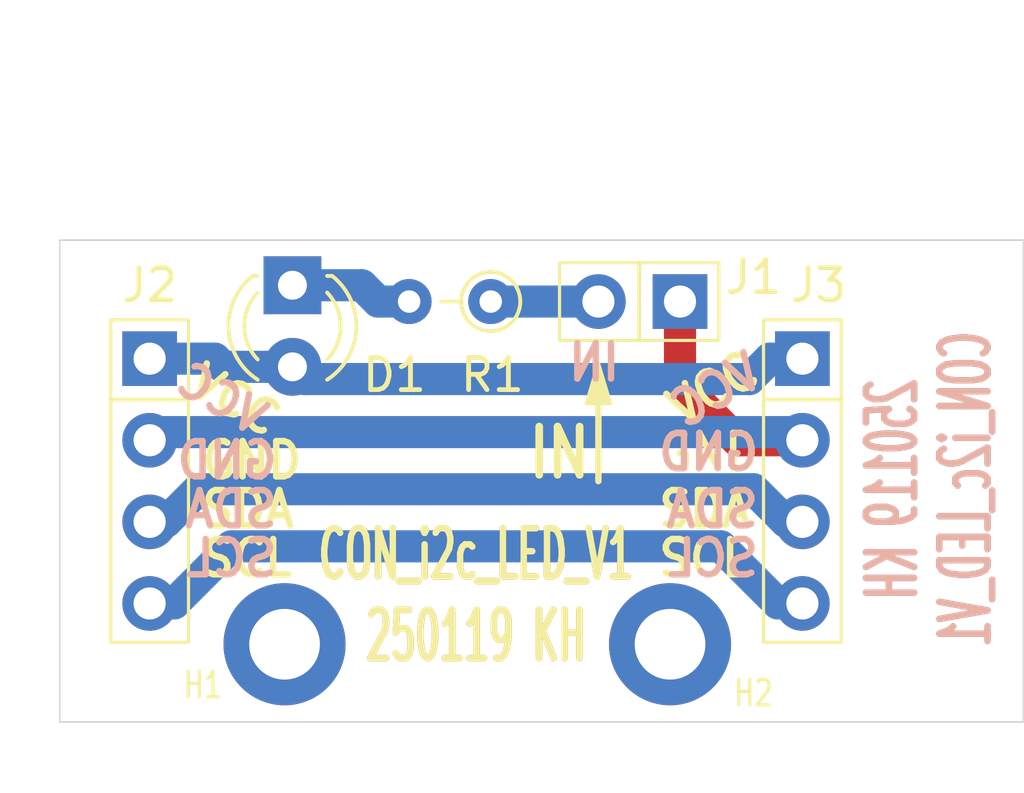
<source format=kicad_pcb>
(kicad_pcb (version 20240108) (generator "pcbnew") (generator_version "8.0")
  (layers (0 "F.Cu" signal) (31 "B.Cu" signal) (34 "B.Paste" user) (35 "F.Paste" user) (36 "B.SilkS" user "B.Silkscreen") (37 "F.SilkS" user "F.Silkscreen") (38 "B.Mask" user) (39 "F.Mask" user) (44 "Edge.Cuts" user))
  (net 0 "")
  (net 1 "/VCC")
  (net 2 "Net-(D1-K)")
  (net 3 "/GND")
  (net 4 "Net-(J1-Pin_2)")
  (net 5 "/SDA")
  (net 6 "/SCL")
  (footprint "_kh_library:R_Axial_DIN0204_L3.6mm_D1.6mm_P2.54mm_Vertical_kh" (layer "F.Cu") (at 61.418 49.022 180)
    (property "Reference" "R1" (at -0.05 -2.286 360) (layer "F.SilkS"))
    (property "Value" "680")
    (fp_line (start 0.92 0) (end 1.54 0) (stroke (width 0.12)) (layer "F.SilkS"))
    (fp_circle (center 0 0) (end 0.92 0) (stroke (width 0.12)) (fill none) (layer "F.SilkS"))
    (pad "1" thru_hole circle (at 0 0 180) (size 1.4 1.4) (drill 0.7) (layers "*.Cu" "*.Mask") (net 4 "Net-(J1-Pin_2)"))
    (pad "2" thru_hole oval (at 2.54 0 180) (size 1.4 1.4) (drill 0.7) (layers "*.Cu" "*.Mask") (net 2 "Net-(D1-K)"))
  )
  (footprint "LED_THT:LED_D3.0mm" (layer "F.Cu") (at 55.245 48.514 -90)
    (property "Reference" "D1" (at 2.794 -3.175 180) (layer "F.SilkS"))
    (property "Value" "LED rot 2mA")
    (fp_line (start -0.29 1.08) (end -0.29 1.236) (stroke (width 0.12)) (layer "F.SilkS"))
    (fp_line (start -0.29 -1.236) (end -0.29 -1.08) (stroke (width 0.12)) (layer "F.SilkS"))
    (fp_arc (start 2.941397 1.080061) (mid 1.365624 1.987701) (end -0.29 1.235516) (stroke (width 0.12)) (layer "F.SilkS"))
    (fp_arc (start 2.31091 1.080049) (mid 1.269965 1.5) (end 0.229039 1.08) (stroke (width 0.12)) (layer "F.SilkS"))
    (fp_arc (start 0.229039 -1.08) (mid 1.269965 -1.5) (end 2.31091 -1.080049) (stroke (width 0.12)) (layer "F.SilkS"))
    (fp_arc (start -0.29 -1.235516) (mid 1.365624 -1.987701) (end 2.941397 -1.080061) (stroke (width 0.12)) (layer "F.SilkS"))
    (pad "1" thru_hole rect (at 0 0 270) (size 1.8 1.8) (drill 0.9) (layers "*.Cu" "*.Mask") (net 2 "Net-(D1-K)"))
    (pad "2" thru_hole circle (at 2.54 0 270) (size 1.8 1.8) (drill 0.9) (layers "*.Cu" "*.Mask") (net 1 "/VCC"))
  )
  (footprint "_kh_library:PinSocket_1x02_P2.54mm_Vertical_kh" (layer "F.Cu") (at 67.31 49.022 -90)
    (property "Reference" "J1" (at -0.762 -2.286 180) (layer "F.SilkS"))
    (property "Value" "Jumper_2")
    (fp_line (start -1.21 1.27) (end 1.21 1.27) (stroke (width 0.12)) (layer "F.SilkS"))
    (fp_rect (start -1.21 -1.21) (end 1.21 3.75) (stroke (width 0.1)) (fill none) (layer "F.SilkS"))
    (pad "1" thru_hole rect (at 0 0 270) (size 1.7 1.7) (drill 1) (layers "*.Cu" "*.Mask") (net 3 "/GND"))
    (pad "2" thru_hole oval (at 0 2.54 270) (size 1.7 1.7) (drill 1) (layers "*.Cu" "*.Mask") (net 4 "Net-(J1-Pin_2)"))
  )
  (footprint "_kh_library:MountingHole_2.2mm_M2_Pad_TopBottom_kh" (layer "F.Cu") (at 55 59.69)
    (property "Reference" "H1" (at -2.54 1.27 0) (layer "F.SilkS") (effects (font (size 0.8 0.6) (thickness 0.1))))
    (property "Value" "MountingHole")
    (pad "1" thru_hole circle (at 0 0) (size 2.6 2.6) (drill 2.2) (layers "*.Cu" "*.Mask"))
    (pad "1" connect circle (at 0 0) (size 3.8 3.8) (layers "F.Cu" "F.Mask"))
    (pad "1" connect circle (at 0 0) (size 3.8 3.8) (layers "B.Cu" "B.Mask"))
  )
  (footprint "_kh_library:PinSocket_1x04_P2.54mm_Vertical_kh" (layer "F.Cu") (at 71.12 50.8)
    (property "Reference" "J3" (at 0.508 -2.286 0) (layer "F.SilkS"))
    (property "Value" "Conn_01x04_Socket")
    (fp_line (start -1.21 1.27) (end 1.21 1.27) (stroke (width 0.12)) (layer "F.SilkS"))
    (fp_rect (start -1.21 -1.21) (end 1.21 8.83) (stroke (width 0.1)) (fill none) (layer "F.SilkS"))
    (pad "1" thru_hole rect (at 0 0) (size 1.7 1.7) (drill 1) (layers "*.Cu" "*.Mask") (net 1 "/VCC"))
    (pad "2" thru_hole oval (at 0 2.54) (size 1.7 1.7) (drill 1) (layers "*.Cu" "*.Mask") (net 3 "/GND"))
    (pad "3" thru_hole oval (at 0 5.08) (size 1.7 1.7) (drill 1) (layers "*.Cu" "*.Mask") (net 5 "/SDA"))
    (pad "4" thru_hole oval (at 0 7.62) (size 1.7 1.7) (drill 1) (layers "*.Cu" "*.Mask") (net 6 "/SCL"))
  )
  (footprint "_kh_library:PinSocket_1x04_P2.54mm_Vertical_kh" (layer "F.Cu") (at 50.8 50.8)
    (property "Reference" "J2" (at 0 -2.286 0) (layer "F.SilkS"))
    (property "Value" "Conn_01x04_Pin")
    (fp_line (start -1.21 1.27) (end 1.21 1.27) (stroke (width 0.12)) (layer "F.SilkS"))
    (fp_rect (start -1.21 -1.21) (end 1.21 8.83) (stroke (width 0.1)) (fill none) (layer "F.SilkS"))
    (pad "1" thru_hole rect (at 0 0) (size 1.7 1.7) (drill 1) (layers "*.Cu" "*.Mask") (net 1 "/VCC"))
    (pad "2" thru_hole oval (at 0 2.54) (size 1.7 1.7) (drill 1) (layers "*.Cu" "*.Mask") (net 3 "/GND"))
    (pad "3" thru_hole oval (at 0 5.08) (size 1.7 1.7) (drill 1) (layers "*.Cu" "*.Mask") (net 5 "/SDA"))
    (pad "4" thru_hole oval (at 0 7.62) (size 1.7 1.7) (drill 1) (layers "*.Cu" "*.Mask") (net 6 "/SCL"))
  )
  (footprint "_kh_library:MountingHole_2.2mm_M2_Pad_TopBottom_kh" (layer "F.Cu") (at 67 59.69)
    (property "Reference" "H2" (at 2.596 1.524 0) (layer "F.SilkS") (effects (font (size 0.8 0.6) (thickness 0.1) (bold yes))))
    (property "Value" "MountingHole")
    (pad "1" thru_hole circle (at 0 0) (size 2.6 2.6) (drill 2.2) (layers "*.Cu" "*.Mask"))
    (pad "1" connect circle (at 0 0) (size 3.8 3.8) (layers "F.Cu" "F.Mask"))
    (pad "1" connect circle (at 0 0) (size 3.8 3.8) (layers "B.Cu" "B.Mask"))
  )
  (gr_line (start 64.77 51.562) (end 64.77 54.61) (stroke (width 0.2)) (layer "F.SilkS"))
  (gr_poly (pts (xy 64.389 52.197) (xy 64.77 50.927) (xy 65.151 52.197)) (stroke (width 0.1)) (fill solid) (layer "F.SilkS"))
  (gr_rect (start 48 47.11) (end 78 62.11) (stroke (width 0.05)) (fill none) (layer "Edge.Cuts"))
  (gr_text "CON_i2c_LED_V1" (at 60.96 56.896 0) (layer "F.Cu") (effects (font (size 1.5 0.8) (thickness 0.2) (bold yes))))
  (gr_text "250119 KH" (at 60.96 59.436 0) (layer "F.Cu") (effects (font (size 1.5 0.8) (thickness 0.2) (bold yes))))
  (gr_text "250119 KH" (at 73.914 54.864 90) (layer "B.Cu") (effects (font (size 1.5 0.8) (thickness 0.2) (bold yes)) (justify mirror)))
  (gr_text "CON_i2c_LED_V1" (at 76.2 54.864 90) (layer "B.Cu") (effects (font (size 1.5 0.8) (thickness 0.2) (bold yes)) (justify mirror)))
  (gr_text "SCL" (at 69.85 57.658 0) (layer "B.SilkS") (effects (font (size 1.1 1) (thickness 0.2) (bold yes)) (justify left bottom mirror)))
  (gr_text "GND" (at 69.85 54.356 0) (layer "B.SilkS") (effects (font (size 1.1 1) (thickness 0.2) (bold yes)) (justify left bottom mirror)))
  (gr_text "SCL" (at 54.864 57.658 0) (layer "B.SilkS") (effects (font (size 1.1 1) (thickness 0.2) (bold yes)) (justify left bottom mirror)))
  (gr_text "CON_i2c_LED_V1" (at 76.2 54.864 90) (layer "B.SilkS") (effects (font (size 1.5 0.8) (thickness 0.2) (bold yes)) (justify mirror)))
  (gr_text "SDA" (at 54.864 56.134 0) (layer "B.SilkS") (effects (font (size 1.1 1) (thickness 0.2) (bold yes)) (justify left bottom mirror)))
  (gr_text "GND" (at 54.864 54.61 0) (layer "B.SilkS") (effects (font (size 1.1 1) (thickness 0.2) (bold yes)) (justify left bottom mirror)))
  (gr_text "VCC" (at 54.102 53.34 330) (layer "B.SilkS") (effects (font (size 1 1) (thickness 0.2) (bold yes)) (justify left bottom mirror)))
  (gr_text "SDA" (at 69.85 56.134 0) (layer "B.SilkS") (effects (font (size 1.1 1) (thickness 0.2) (bold yes)) (justify left bottom mirror)))
  (gr_text "250119 KH" (at 73.914 54.864 90) (layer "B.SilkS") (effects (font (size 1.5 0.8) (thickness 0.2) (bold yes)) (justify mirror)))
  (gr_text "IN" (at 65.532 51.562 0) (layer "B.SilkS") (effects (font (size 1.1 1) (thickness 0.2) (bold yes)) (justify left bottom mirror)))
  (gr_text "VCC" (at 70.104 51.562 30) (layer "B.SilkS") (effects (font (size 1.1 1) (thickness 0.2) (bold yes)) (justify left bottom mirror)))
  (gr_text "SDA" (at 52.324 56.134 0) (layer "F.SilkS") (effects (font (size 1.1 1) (thickness 0.2) (bold yes)) (justify left bottom)))
  (gr_text "SDA" (at 66.548 56.134 0) (layer "F.SilkS") (effects (font (size 1.1 1) (thickness 0.2) (bold yes)) (justify left bottom)))
  (gr_text "SCL" (at 52.324 57.658 0) (layer "F.SilkS") (effects (font (size 1.1 1) (thickness 0.2) (bold yes)) (justify left bottom)))
  (gr_text "IN" (at 62.484 54.61 0) (layer "F.SilkS") (effects (font (size 1.5 1.2) (thickness 0.24) (bold yes)) (justify left bottom)))
  (gr_text "CON_i2c_LED_V1" (at 60.96 56.896 0) (layer "F.SilkS") (effects (font (size 1.5 0.8) (thickness 0.2) (bold yes))))
  (gr_text "GND" (at 52.324 54.61 0) (layer "F.SilkS") (effects (font (size 1.1 1) (thickness 0.2) (bold yes)) (justify left bottom)))
  (gr_text "SCL" (at 66.548 57.658 0) (layer "F.SilkS") (effects (font (size 1.1 1) (thickness 0.2) (bold yes)) (justify left bottom)))
  (gr_text "250119 KH" (at 60.96 59.436 0) (layer "F.SilkS") (effects (font (size 1.5 0.8) (thickness 0.2) (bold yes))))
  (gr_text "VCC" (at 67.31 53.086 30) (layer "F.SilkS") (effects (font (size 1.1 1) (thickness 0.2) (bold yes)) (justify left bottom)))
  (gr_text "GND" (at 66.548 54.356 0) (layer "F.SilkS") (effects (font (size 1.1 1) (thickness 0.2) (bold yes)) (justify left bottom)))
  (gr_text "VCC" (at 51.816 51.816 330) (layer "F.SilkS") (effects (font (size 1 1) (thickness 0.2) (bold yes)) (justify left bottom)))
  (segment (start 53.086 51.054) (end 55.245 51.054) (width 1) (layer "B.Cu") (net 1))
  (segment (start 50.8 50.8) (end 52.832 50.8) (width 1) (layer "B.Cu") (net 1))
  (segment (start 52.832 50.8) (end 53.086 51.054) (width 1) (layer "B.Cu") (net 1))
  (segment (start 70.104 50.8) (end 69.469 51.435) (width 1) (layer "B.Cu") (net 1))
  (segment (start 71.12 50.8) (end 70.104 50.8) (width 1) (layer "B.Cu") (net 1))
  (segment (start 55.626 51.435) (end 55.245 51.054) (width 1) (layer "B.Cu") (net 1))
  (segment (start 69.469 51.435) (end 55.626 51.435) (width 1) (layer "B.Cu") (net 1))
  (segment (start 58.878 49.022) (end 57.912 49.022) (width 1) (layer "B.Cu") (net 2))
  (segment (start 57.404 48.514) (end 55.245 48.514) (width 1) (layer "B.Cu") (net 2))
  (segment (start 57.912 49.022) (end 57.404 48.514) (width 1) (layer "B.Cu") (net 2))
  (segment (start 67.31 51.562) (end 67.31 49.53) (width 1) (layer "F.Cu") (net 3))
  (segment (start 69.088 53.34) (end 67.31 51.562) (width 1) (layer "F.Cu") (net 3))
  (segment (start 71.12 53.34) (end 69.088 53.34) (width 1) (layer "F.Cu") (net 3))
  (segment (start 71.12 53.34) (end 70.866 53.086) (width 1) (layer "B.Cu") (net 3))
  (segment (start 51.054 53.086) (end 50.8 53.34) (width 1) (layer "B.Cu") (net 3))
  (segment (start 70.866 53.086) (end 51.054 53.086) (width 1) (layer "B.Cu") (net 3))
  (segment (start 64.77 49.022) (end 61.418 49.022) (width 1) (layer "B.Cu") (net 4))
  (segment (start 51.308 55.88) (end 52.324 54.864) (width 1) (layer "B.Cu") (net 5))
  (segment (start 69.596 54.864) (end 70.612 55.88) (width 1) (layer "B.Cu") (net 5))
  (segment (start 70.612 55.88) (end 71.12 55.88) (width 1) (layer "B.Cu") (net 5))
  (segment (start 50.8 55.88) (end 51.308 55.88) (width 1) (layer "B.Cu") (net 5))
  (segment (start 52.324 54.864) (end 69.596 54.864) (width 1) (layer "B.Cu") (net 5))
  (segment (start 51.562 58.42) (end 50.8 58.42) (width 1) (layer "B.Cu") (net 6))
  (segment (start 71.12 58.42) (end 70.358 58.42) (width 1) (layer "B.Cu") (net 6))
  (segment (start 68.58 56.642) (end 53.34 56.642) (width 1) (layer "B.Cu") (net 6))
  (segment (start 70.358 58.42) (end 68.58 56.642) (width 1) (layer "B.Cu") (net 6))
  (segment (start 53.34 56.642) (end 51.562 58.42) (width 1) (layer "B.Cu") (net 6))
)
</source>
